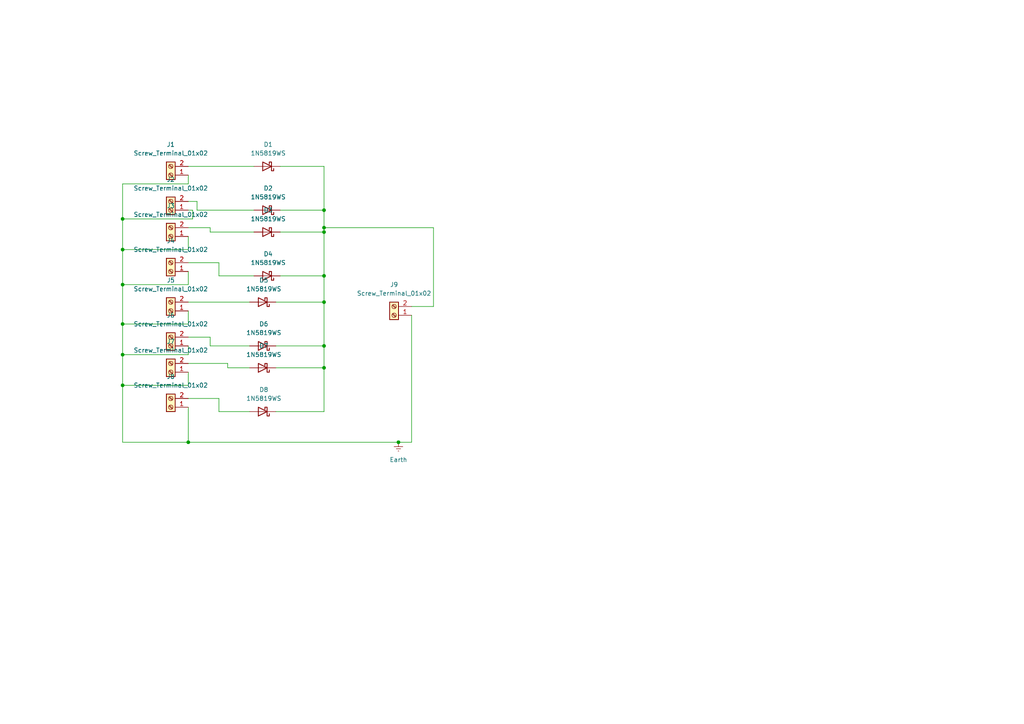
<source format=kicad_sch>
(kicad_sch (version 20250114) (generator "eeschema") (generator_version "9.0")
  (paper "A4")
  (lib_symbols
    (symbol "Connector:Screw_Terminal_01x02" (pin_names (offset 1.016) (hide yes))
      (property "Reference" "J" (at 0 2.54 0))
      (property "Value" "Screw_Terminal_01x02" (at 0 -5.08 0))
      (symbol "Screw_Terminal_01x02_1_1"
        (rectangle (start -1.27 1.27) (end 1.27 -3.81) (stroke (width 0.254)) (fill (type background)))
        (polyline (pts (xy -0.5334 0.3302) (xy 0.3302 -0.508)) (stroke (width 0.1524)))
        (polyline (pts (xy -0.5334 -2.2098) (xy 0.3302 -3.048)) (stroke (width 0.1524)))
        (polyline (pts (xy -0.3556 0.508) (xy 0.508 -0.3302)) (stroke (width 0.1524)))
        (polyline (pts (xy -0.3556 -2.032) (xy 0.508 -2.8702)) (stroke (width 0.1524)))
        (circle (center 0 0) (radius 0.635) (stroke (width 0.1524)))
        (circle (center 0 -2.54) (radius 0.635) (stroke (width 0.1524)))
        (pin passive line (at -5.08 0 0) (length 3.81) (name "Pin_1") (number "1"))
        (pin passive line (at -5.08 -2.54 0) (length 3.81) (name "Pin_2") (number "2"))
      )
    )
    (symbol "Diode:1N5819WS" (pin_numbers (hide yes)) (pin_names (offset 1.016) (hide yes))
      (property "Reference" "D" (at 0 2.54 0))
      (property "Value" "1N5819WS" (at 0 -2.54 0))
      (symbol "1N5819WS_0_1"
        (polyline (pts (xy -1.905 0.635) (xy -1.905 1.27) (xy -1.27 1.27) (xy -1.27 -1.27) (xy -0.635 -1.27) (xy -0.635 -0.635)) (stroke (width 0.254)))
        (polyline (pts (xy 1.27 1.27) (xy 1.27 -1.27) (xy -1.27 0) (xy 1.27 1.27)) (stroke (width 0.254)))
        (polyline (pts (xy 1.27 0) (xy -1.27 0)))
      )
      (symbol "1N5819WS_1_1"
        (pin passive line (at -3.81 0 0) (length 2.54) (name "K") (number "1"))
        (pin passive line (at 3.81 0 180) (length 2.54) (name "A") (number "2"))
      )
    )
    (symbol "power:Earth" (power) (pin_numbers (hide yes)) (pin_names (offset 0) (hide yes))
      (property "Value" "Earth" (at 0 -3.81 0))
      (symbol "Earth_0_1"
        (polyline (pts (xy -0.635 -1.905) (xy 0.635 -1.905)))
        (polyline (pts (xy -0.127 -2.54) (xy 0.127 -2.54)))
        (polyline (pts (xy 0 -1.27) (xy 0 0)))
        (polyline (pts (xy 1.27 -1.27) (xy -1.27 -1.27)))
      )
      (symbol "Earth_1_1"
        (pin power_in line (at 0 0 270) (length 0) (name "~") (number "1"))
      )
    )
  )
  (junction (at 93.98 66.04))
  (junction (at 35.56 82.55))
  (junction (at 93.98 106.68))
  (junction (at 93.98 60.96))
  (junction (at 93.98 100.33))
  (junction (at 35.56 102.87))
  (junction (at 93.98 80.01))
  (junction (at 35.56 111.76))
  (junction (at 93.98 67.31))
  (junction (at 54.61 128.27))
  (junction (at 93.98 87.63))
  (junction (at 35.56 63.5))
  (junction (at 115.57 128.27))
  (junction (at 35.56 93.98))
  (junction (at 35.56 72.39))
  (wire (pts (xy 73.66 80.01) (xy 63.5 80.01)))
  (wire (pts (xy 93.98 87.63) (xy 93.98 100.33)))
  (wire (pts (xy 57.15 60.96) (xy 57.15 58.42)))
  (wire (pts (xy 81.28 67.31) (xy 93.98 67.31)))
  (wire (pts (xy 54.61 66.04) (xy 60.96 66.04)))
  (wire (pts (xy 54.61 118.11) (xy 54.61 128.27)))
  (wire (pts (xy 93.98 80.01) (xy 93.98 87.63)))
  (wire (pts (xy 35.56 93.98) (xy 35.56 82.55)))
  (wire (pts (xy 54.61 48.26) (xy 73.66 48.26)))
  (wire (pts (xy 54.61 105.41) (xy 66.04 105.41)))
  (wire (pts (xy 54.61 53.34) (xy 54.61 50.8)))
  (wire (pts (xy 81.28 60.96) (xy 93.98 60.96)))
  (wire (pts (xy 54.61 107.95) (xy 54.61 111.76)))
  (wire (pts (xy 66.04 106.68) (xy 66.04 105.41)))
  (wire (pts (xy 54.61 87.63) (xy 72.39 87.63)))
  (wire (pts (xy 54.61 60.96) (xy 55.88 60.96)))
  (wire (pts (xy 80.01 100.33) (xy 93.98 100.33)))
  (wire (pts (xy 93.98 66.04) (xy 93.98 67.31)))
  (wire (pts (xy 72.39 119.38) (xy 63.5 119.38)))
  (wire (pts (xy 72.39 100.33) (xy 60.96 100.33)))
  (wire (pts (xy 55.88 63.5) (xy 35.56 63.5)))
  (wire (pts (xy 54.61 78.74) (xy 54.61 82.55)))
  (wire (pts (xy 35.56 72.39) (xy 35.56 63.5)))
  (wire (pts (xy 93.98 48.26) (xy 93.98 60.96)))
  (wire (pts (xy 35.56 111.76) (xy 35.56 102.87)))
  (wire (pts (xy 57.15 58.42) (xy 54.61 58.42)))
  (wire (pts (xy 54.61 128.27) (xy 115.57 128.27)))
  (wire (pts (xy 55.88 60.96) (xy 55.88 63.5)))
  (wire (pts (xy 80.01 87.63) (xy 93.98 87.63)))
  (wire (pts (xy 63.5 119.38) (xy 63.5 115.57)))
  (wire (pts (xy 54.61 100.33) (xy 54.61 102.87)))
  (wire (pts (xy 119.38 128.27) (xy 115.57 128.27)))
  (wire (pts (xy 60.96 100.33) (xy 60.96 97.79)))
  (wire (pts (xy 35.56 82.55) (xy 35.56 72.39)))
  (wire (pts (xy 54.61 68.58) (xy 54.61 72.39)))
  (wire (pts (xy 35.56 63.5) (xy 35.56 53.34)))
  (wire (pts (xy 73.66 67.31) (xy 60.96 67.31)))
  (wire (pts (xy 93.98 100.33) (xy 93.98 106.68)))
  (wire (pts (xy 35.56 53.34) (xy 54.61 53.34)))
  (wire (pts (xy 54.61 90.17) (xy 54.61 93.98)))
  (wire (pts (xy 80.01 119.38) (xy 93.98 119.38)))
  (wire (pts (xy 54.61 76.2) (xy 63.5 76.2)))
  (wire (pts (xy 93.98 106.68) (xy 93.98 119.38)))
  (wire (pts (xy 125.73 88.9) (xy 125.73 66.04)))
  (wire (pts (xy 119.38 91.44) (xy 119.38 128.27)))
  (wire (pts (xy 60.96 67.31) (xy 60.96 66.04)))
  (wire (pts (xy 81.28 48.26) (xy 93.98 48.26)))
  (wire (pts (xy 81.28 80.01) (xy 93.98 80.01)))
  (wire (pts (xy 54.61 82.55) (xy 35.56 82.55)))
  (wire (pts (xy 35.56 128.27) (xy 35.56 111.76)))
  (wire (pts (xy 54.61 102.87) (xy 35.56 102.87)))
  (wire (pts (xy 93.98 60.96) (xy 93.98 66.04)))
  (wire (pts (xy 54.61 72.39) (xy 35.56 72.39)))
  (wire (pts (xy 60.96 97.79) (xy 54.61 97.79)))
  (wire (pts (xy 73.66 60.96) (xy 57.15 60.96)))
  (wire (pts (xy 93.98 67.31) (xy 93.98 80.01)))
  (wire (pts (xy 93.98 66.04) (xy 125.73 66.04)))
  (wire (pts (xy 119.38 88.9) (xy 125.73 88.9)))
  (wire (pts (xy 54.61 115.57) (xy 63.5 115.57)))
  (wire (pts (xy 54.61 111.76) (xy 35.56 111.76)))
  (wire (pts (xy 54.61 128.27) (xy 35.56 128.27)))
  (wire (pts (xy 80.01 106.68) (xy 93.98 106.68)))
  (wire (pts (xy 54.61 93.98) (xy 35.56 93.98)))
  (wire (pts (xy 72.39 106.68) (xy 66.04 106.68)))
  (wire (pts (xy 63.5 80.01) (xy 63.5 76.2)))
  (wire (pts (xy 35.56 102.87) (xy 35.56 93.98)))
  (symbol (lib_id "power:Earth") (at 115.57 128.27 0) (unit 1)
    (property "Reference" "#PWR01" (effects (hide yes)))
    (property "Value" "Earth" (at 115.57 133.35 0))
    (property "Description" "Power symbol creates a global label with name \"Earth\"" (effects (hide yes)))
  )
  (symbol (lib_id "Diode:1N5819WS") (at 77.47 60.96 180) (unit 1)
    (property "Reference" "D2" (at 77.7875 54.61 0))
    (property "Value" "1N5819WS" (at 77.7875 57.15 0))
    (property "Footprint" "Diode_THT:D_DO-41_SOD81_P10.16mm_Horizontal" (effects (hide yes)))
    (property "Datasheet" "https://datasheet.lcsc.com/lcsc/2204281430_Guangdong-Hottech-1N5819WS_C191023.pdf" (effects (hide yes)))
    (property "Description" "40V 600mV@1A 1A SOD-323 Schottky Barrier Diodes, SOD-323" (effects (hide yes)))
  )
  (symbol (lib_id "Diode:1N5819WS") (at 76.2 106.68 180) (unit 1)
    (property "Reference" "D7" (at 76.5175 100.33 0))
    (property "Value" "1N5819WS" (at 76.5175 102.87 0))
    (property "Footprint" "Diode_THT:D_DO-41_SOD81_P10.16mm_Horizontal" (effects (hide yes)))
    (property "Datasheet" "https://datasheet.lcsc.com/lcsc/2204281430_Guangdong-Hottech-1N5819WS_C191023.pdf" (effects (hide yes)))
    (property "Description" "40V 600mV@1A 1A SOD-323 Schottky Barrier Diodes, SOD-323" (effects (hide yes)))
  )
  (symbol (lib_id "Connector:Screw_Terminal_01x02") (at 114.3 91.44 180) (unit 1)
    (property "Reference" "J9" (at 114.3 82.55 0))
    (property "Value" "Screw_Terminal_01x02" (at 114.3 85.09 0))
    (property "Footprint" "TerminalBlock:TerminalBlock_Altech_AK300-2_P5.00mm" (effects (hide yes)))
    (property "Description" "Generic screw terminal, single row, 01x02, script generated (kicad-library-utils/schlib/autogen/connector/)" (effects (hide yes)))
  )
  (symbol (lib_id "Connector:Screw_Terminal_01x02") (at 49.53 118.11 180) (unit 1)
    (property "Reference" "J8" (at 49.53 109.22 0))
    (property "Value" "Screw_Terminal_01x02" (at 49.53 111.76 0))
    (property "Footprint" "TerminalBlock:TerminalBlock_Altech_AK300-2_P5.00mm" (effects (hide yes)))
    (property "Description" "Generic screw terminal, single row, 01x02, script generated (kicad-library-utils/schlib/autogen/connector/)" (effects (hide yes)))
  )
  (symbol (lib_id "Diode:1N5819WS") (at 76.2 119.38 180) (unit 1)
    (property "Reference" "D8" (at 76.5175 113.03 0))
    (property "Value" "1N5819WS" (at 76.5175 115.57 0))
    (property "Footprint" "Diode_THT:D_DO-41_SOD81_P10.16mm_Horizontal" (effects (hide yes)))
    (property "Datasheet" "https://datasheet.lcsc.com/lcsc/2204281430_Guangdong-Hottech-1N5819WS_C191023.pdf" (effects (hide yes)))
    (property "Description" "40V 600mV@1A 1A SOD-323 Schottky Barrier Diodes, SOD-323" (effects (hide yes)))
  )
  (symbol (lib_id "Connector:Screw_Terminal_01x02") (at 49.53 68.58 180) (unit 1)
    (property "Reference" "J3" (at 49.53 59.69 0))
    (property "Value" "Screw_Terminal_01x02" (at 49.53 62.23 0))
    (property "Footprint" "TerminalBlock:TerminalBlock_Altech_AK300-2_P5.00mm" (effects (hide yes)))
    (property "Description" "Generic screw terminal, single row, 01x02, script generated (kicad-library-utils/schlib/autogen/connector/)" (effects (hide yes)))
  )
  (symbol (lib_id "Connector:Screw_Terminal_01x02") (at 49.53 90.17 180) (unit 1)
    (property "Reference" "J5" (at 49.53 81.28 0))
    (property "Value" "Screw_Terminal_01x02" (at 49.53 83.82 0))
    (property "Footprint" "TerminalBlock:TerminalBlock_Altech_AK300-2_P5.00mm" (effects (hide yes)))
    (property "Description" "Generic screw terminal, single row, 01x02, script generated (kicad-library-utils/schlib/autogen/connector/)" (effects (hide yes)))
  )
  (symbol (lib_id "Diode:1N5819WS") (at 76.2 87.63 180) (unit 1)
    (property "Reference" "D5" (at 76.5175 81.28 0))
    (property "Value" "1N5819WS" (at 76.5175 83.82 0))
    (property "Footprint" "Diode_THT:D_DO-41_SOD81_P10.16mm_Horizontal" (effects (hide yes)))
    (property "Datasheet" "https://datasheet.lcsc.com/lcsc/2204281430_Guangdong-Hottech-1N5819WS_C191023.pdf" (effects (hide yes)))
    (property "Description" "40V 600mV@1A 1A SOD-323 Schottky Barrier Diodes, SOD-323" (effects (hide yes)))
  )
  (symbol (lib_id "Connector:Screw_Terminal_01x02") (at 49.53 50.8 180) (unit 1)
    (property "Reference" "J1" (at 49.53 41.91 0))
    (property "Value" "Screw_Terminal_01x02" (at 49.53 44.45 0))
    (property "Footprint" "TerminalBlock:TerminalBlock_Altech_AK300-2_P5.00mm" (effects (hide yes)))
    (property "Description" "Generic screw terminal, single row, 01x02, script generated (kicad-library-utils/schlib/autogen/connector/)" (effects (hide yes)))
  )
  (symbol (lib_id "Connector:Screw_Terminal_01x02") (at 49.53 78.74 180) (unit 1)
    (property "Reference" "J4" (at 49.53 69.85 0))
    (property "Value" "Screw_Terminal_01x02" (at 49.53 72.39 0))
    (property "Footprint" "TerminalBlock:TerminalBlock_Altech_AK300-2_P5.00mm" (effects (hide yes)))
    (property "Description" "Generic screw terminal, single row, 01x02, script generated (kicad-library-utils/schlib/autogen/connector/)" (effects (hide yes)))
  )
  (symbol (lib_id "Connector:Screw_Terminal_01x02") (at 49.53 100.33 180) (unit 1)
    (property "Reference" "J6" (at 49.53 91.44 0))
    (property "Value" "Screw_Terminal_01x02" (at 49.53 93.98 0))
    (property "Footprint" "TerminalBlock:TerminalBlock_Altech_AK300-2_P5.00mm" (effects (hide yes)))
    (property "Description" "Generic screw terminal, single row, 01x02, script generated (kicad-library-utils/schlib/autogen/connector/)" (effects (hide yes)))
  )
  (symbol (lib_id "Diode:1N5819WS") (at 76.2 100.33 180) (unit 1)
    (property "Reference" "D6" (at 76.5175 93.98 0))
    (property "Value" "1N5819WS" (at 76.5175 96.52 0))
    (property "Footprint" "Diode_THT:D_DO-41_SOD81_P10.16mm_Horizontal" (effects (hide yes)))
    (property "Datasheet" "https://datasheet.lcsc.com/lcsc/2204281430_Guangdong-Hottech-1N5819WS_C191023.pdf" (effects (hide yes)))
    (property "Description" "40V 600mV@1A 1A SOD-323 Schottky Barrier Diodes, SOD-323" (effects (hide yes)))
  )
  (symbol (lib_id "Diode:1N5819WS") (at 77.47 48.26 180) (unit 1)
    (property "Reference" "D1" (at 77.7875 41.91 0))
    (property "Value" "1N5819WS" (at 77.7875 44.45 0))
    (property "Footprint" "Diode_THT:D_DO-41_SOD81_P10.16mm_Horizontal" (effects (hide yes)))
    (property "Datasheet" "https://datasheet.lcsc.com/lcsc/2204281430_Guangdong-Hottech-1N5819WS_C191023.pdf" (effects (hide yes)))
    (property "Description" "40V 600mV@1A 1A SOD-323 Schottky Barrier Diodes, SOD-323" (effects (hide yes)))
  )
  (symbol (lib_id "Diode:1N5819WS") (at 77.47 67.31 180) (unit 1)
    (property "Reference" "D3" (at 77.7875 60.96 0))
    (property "Value" "1N5819WS" (at 77.7875 63.5 0))
    (property "Footprint" "Diode_THT:D_DO-41_SOD81_P10.16mm_Horizontal" (effects (hide yes)))
    (property "Datasheet" "https://datasheet.lcsc.com/lcsc/2204281430_Guangdong-Hottech-1N5819WS_C191023.pdf" (effects (hide yes)))
    (property "Description" "40V 600mV@1A 1A SOD-323 Schottky Barrier Diodes, SOD-323" (effects (hide yes)))
  )
  (symbol (lib_id "Diode:1N5819WS") (at 77.47 80.01 180) (unit 1)
    (property "Reference" "D4" (at 77.7875 73.66 0))
    (property "Value" "1N5819WS" (at 77.7875 76.2 0))
    (property "Footprint" "Diode_THT:D_DO-41_SOD81_P10.16mm_Horizontal" (effects (hide yes)))
    (property "Datasheet" "https://datasheet.lcsc.com/lcsc/2204281430_Guangdong-Hottech-1N5819WS_C191023.pdf" (effects (hide yes)))
    (property "Description" "40V 600mV@1A 1A SOD-323 Schottky Barrier Diodes, SOD-323" (effects (hide yes)))
  )
  (symbol (lib_id "Connector:Screw_Terminal_01x02") (at 49.53 107.95 180) (unit 1)
    (property "Reference" "J7" (at 49.53 99.06 0))
    (property "Value" "Screw_Terminal_01x02" (at 49.53 101.6 0))
    (property "Footprint" "TerminalBlock:TerminalBlock_Altech_AK300-2_P5.00mm" (effects (hide yes)))
    (property "Description" "Generic screw terminal, single row, 01x02, script generated (kicad-library-utils/schlib/autogen/connector/)" (effects (hide yes)))
  )
  (symbol (lib_id "Connector:Screw_Terminal_01x02") (at 49.53 60.96 180) (unit 1)
    (property "Reference" "J2" (at 49.53 52.07 0))
    (property "Value" "Screw_Terminal_01x02" (at 49.53 54.61 0))
    (property "Footprint" "TerminalBlock:TerminalBlock_Altech_AK300-2_P5.00mm" (effects (hide yes)))
    (property "Description" "Generic screw terminal, single row, 01x02, script generated (kicad-library-utils/schlib/autogen/connector/)" (effects (hide yes)))
  )
)
</source>
